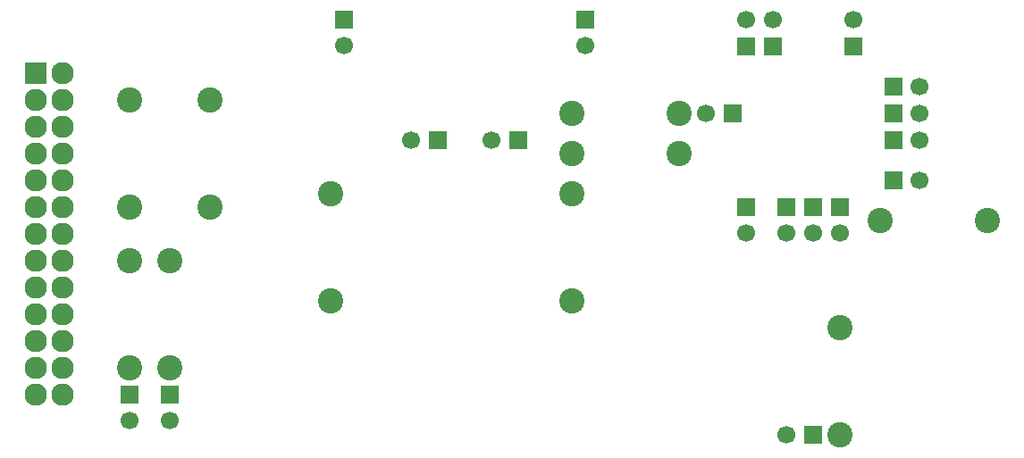
<source format=gbr>
G04 #@! TF.FileFunction,Soldermask,Bot*
%FSLAX46Y46*%
G04 Gerber Fmt 4.6, Leading zero omitted, Abs format (unit mm)*
G04 Created by KiCad (PCBNEW 4.0.5+dfsg1-4) date Fri Dec 21 19:33:44 2018*
%MOMM*%
%LPD*%
G01*
G04 APERTURE LIST*
%ADD10C,0.100000*%
%ADD11R,1.700000X1.700000*%
%ADD12C,1.700000*%
%ADD13R,2.127200X2.127200*%
%ADD14O,2.127200X2.127200*%
%ADD15C,2.398980*%
G04 APERTURE END LIST*
D10*
D11*
X181610000Y-113030000D03*
D12*
X181610000Y-115530000D03*
D13*
X114300000Y-100330000D03*
D14*
X116840000Y-100330000D03*
X114300000Y-102870000D03*
X116840000Y-102870000D03*
X114300000Y-105410000D03*
X116840000Y-105410000D03*
X114300000Y-107950000D03*
X116840000Y-107950000D03*
X114300000Y-110490000D03*
X116840000Y-110490000D03*
X114300000Y-113030000D03*
X116840000Y-113030000D03*
X114300000Y-115570000D03*
X116840000Y-115570000D03*
X114300000Y-118110000D03*
X116840000Y-118110000D03*
X114300000Y-120650000D03*
X116840000Y-120650000D03*
X114300000Y-123190000D03*
X116840000Y-123190000D03*
X114300000Y-125730000D03*
X116840000Y-125730000D03*
X114300000Y-128270000D03*
X116840000Y-128270000D03*
X114300000Y-130810000D03*
X116840000Y-130810000D03*
D11*
X160020000Y-106680000D03*
D12*
X157520000Y-106680000D03*
D11*
X152400000Y-106680000D03*
D12*
X149900000Y-106680000D03*
D11*
X143510000Y-95250000D03*
D12*
X143510000Y-97750000D03*
D11*
X166370000Y-95250000D03*
D12*
X166370000Y-97750000D03*
D11*
X184150000Y-97790000D03*
D12*
X184150000Y-95290000D03*
D11*
X191770000Y-97790000D03*
D12*
X191770000Y-95290000D03*
D11*
X195580000Y-104140000D03*
D12*
X198080000Y-104140000D03*
D11*
X195580000Y-101600000D03*
D12*
X198080000Y-101600000D03*
D11*
X195580000Y-106680000D03*
D12*
X198080000Y-106680000D03*
D11*
X181610000Y-97790000D03*
D12*
X181610000Y-95290000D03*
D11*
X180340000Y-104140000D03*
D12*
X177840000Y-104140000D03*
D11*
X185420000Y-113030000D03*
D12*
X185420000Y-115530000D03*
D11*
X187960000Y-113030000D03*
D12*
X187960000Y-115530000D03*
D11*
X190500000Y-113030000D03*
D12*
X190500000Y-115530000D03*
D11*
X187960000Y-134620000D03*
D12*
X185460000Y-134620000D03*
D11*
X127000000Y-130810000D03*
D12*
X127000000Y-133310000D03*
D11*
X123190000Y-130810000D03*
D12*
X123190000Y-133310000D03*
D11*
X195580000Y-110490000D03*
D12*
X198080000Y-110490000D03*
D15*
X165100000Y-121920000D03*
X165100000Y-111760000D03*
X142240000Y-121920000D03*
X142240000Y-111760000D03*
X165100000Y-107950000D03*
X175260000Y-107950000D03*
X165100000Y-104140000D03*
X175260000Y-104140000D03*
X190500000Y-134620000D03*
X190500000Y-124460000D03*
X127000000Y-128270000D03*
X127000000Y-118110000D03*
X123190000Y-128270000D03*
X123190000Y-118110000D03*
X194310000Y-114300000D03*
X204470000Y-114300000D03*
X130810000Y-113030000D03*
X130810000Y-102870000D03*
X123190000Y-102870000D03*
X123190000Y-113030000D03*
M02*

</source>
